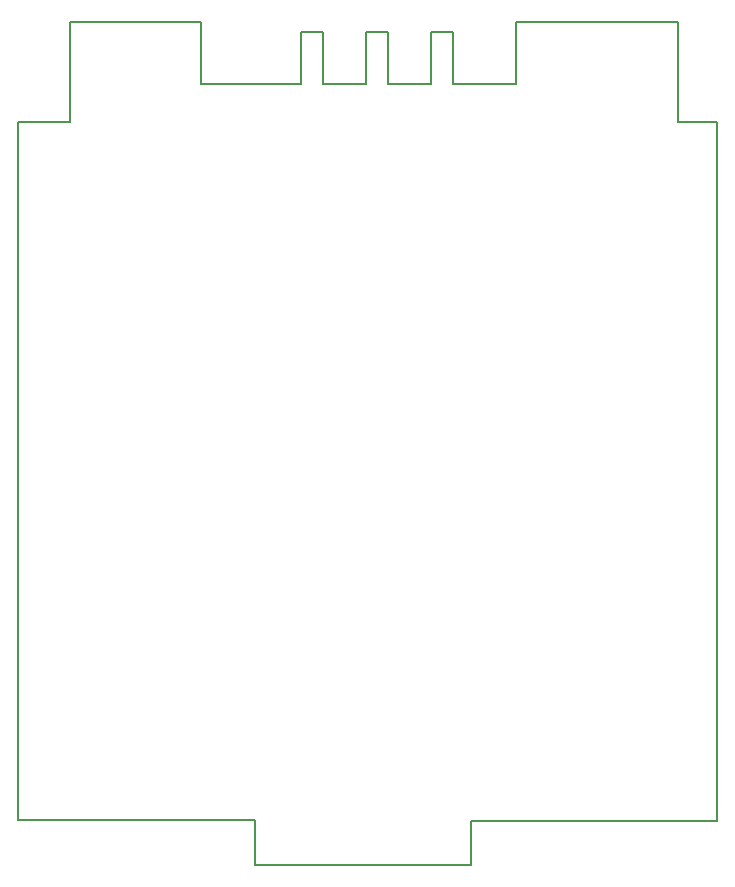
<source format=gbr>
G04 EasyPC Gerber Version 21.0.3 Build 4286 *
G04 #@! TF.Part,Single*
%FSLAX35Y35*%
%MOIN*%
%ADD10C,0.00500*%
X0Y0D02*
D02*
D10*
X250Y28917D02*
Y261496D01*
X17435*
Y295157*
X61037*
Y274488*
X94561*
Y291732*
X101726*
Y274488*
X116215*
Y291811*
X123459*
Y274488*
X137789*
Y291811*
X145191*
Y274488*
X166057*
Y294961*
X220191*
Y261496*
X233085*
Y28819*
X150998*
Y13957*
X79246*
Y28917*
X250*
X0Y0D02*
M02*

</source>
